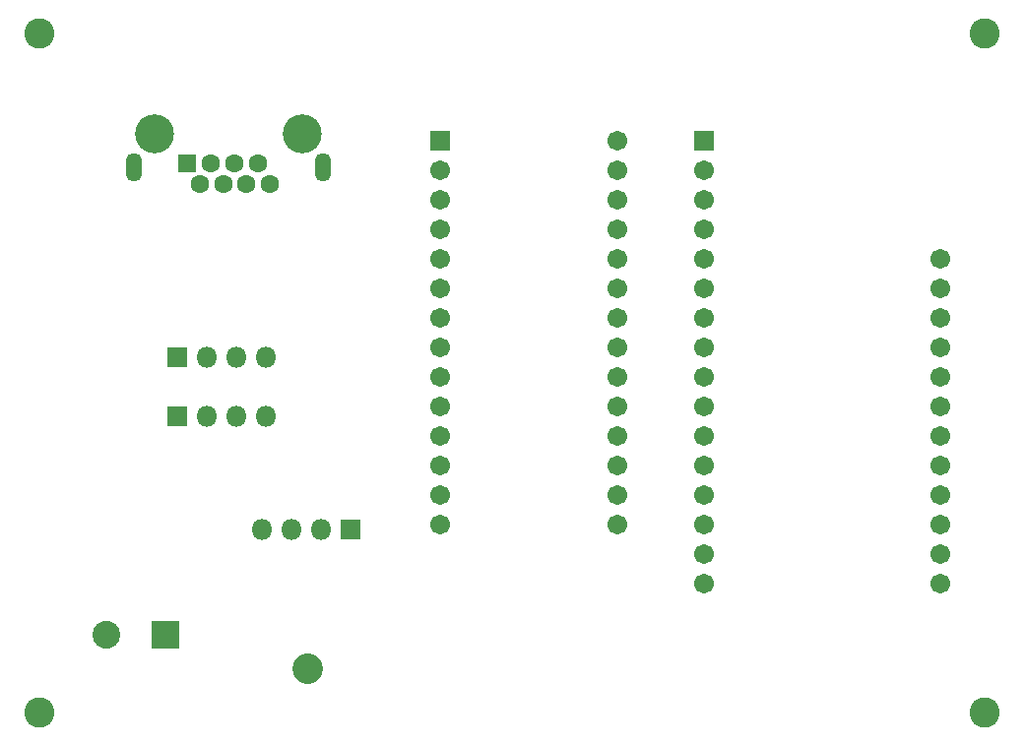
<source format=gbr>
G04 #@! TF.GenerationSoftware,KiCad,Pcbnew,(5.1.5)-3*
G04 #@! TF.CreationDate,2021-07-18T20:49:21-05:00*
G04 #@! TF.ProjectId,ControlInputTestTeensy,436f6e74-726f-46c4-996e-707574546573,rev?*
G04 #@! TF.SameCoordinates,Original*
G04 #@! TF.FileFunction,Soldermask,Top*
G04 #@! TF.FilePolarity,Negative*
%FSLAX46Y46*%
G04 Gerber Fmt 4.6, Leading zero omitted, Abs format (unit mm)*
G04 Created by KiCad (PCBNEW (5.1.5)-3) date 2021-07-18 20:49:21*
%MOMM*%
%LPD*%
G04 APERTURE LIST*
%ADD10C,2.602000*%
%ADD11R,1.802000X1.802000*%
%ADD12O,1.802000X1.802000*%
%ADD13C,2.602000*%
%ADD14C,3.352000*%
%ADD15C,1.602000*%
%ADD16R,1.602000X1.602000*%
%ADD17O,1.361000X2.464000*%
%ADD18R,2.388000X2.388000*%
%ADD19C,2.388000*%
%ADD20C,1.702000*%
%ADD21R,1.702000X1.702000*%
G04 APERTURE END LIST*
D10*
X132228100Y-147359000D02*
X132228100Y-147359000D01*
D11*
X136000000Y-135400000D03*
D12*
X133460000Y-135400000D03*
X130920000Y-135400000D03*
X128380000Y-135400000D03*
D13*
X109220000Y-151130000D03*
X190500000Y-92710000D03*
X109220000Y-92710000D03*
X190500000Y-151130000D03*
D14*
X131848320Y-101389180D03*
X119148320Y-101389180D03*
D15*
X129059020Y-105709180D03*
X128039020Y-103929180D03*
X127029020Y-105709180D03*
X126009020Y-103929180D03*
X124999020Y-105709180D03*
X123979020Y-103929180D03*
X122969020Y-105709180D03*
D16*
X121949020Y-103929180D03*
D17*
X133628320Y-104291130D03*
X117368320Y-104291130D03*
D12*
X128650240Y-125678980D03*
X126110240Y-125678980D03*
X123570240Y-125678980D03*
D11*
X121030240Y-125678980D03*
D18*
X120010000Y-144460000D03*
D19*
X114930000Y-144460000D03*
D11*
X121030240Y-120598980D03*
D12*
X123570240Y-120598980D03*
X126110240Y-120598980D03*
X128650240Y-120598980D03*
D20*
X166397940Y-135028940D03*
X166397940Y-132488940D03*
X166397940Y-129948940D03*
X166397940Y-127408940D03*
X166397940Y-124868940D03*
X166397940Y-122328940D03*
X166397940Y-119788940D03*
X166397940Y-117248940D03*
X166397940Y-114708940D03*
X166397940Y-112168940D03*
X166397940Y-109628940D03*
X166397940Y-107088940D03*
X166397940Y-104548940D03*
D21*
X166397940Y-102008940D03*
D20*
X186697940Y-140108940D03*
X186697940Y-137568940D03*
X186697940Y-135028940D03*
X186697940Y-132488940D03*
X186697940Y-129948940D03*
X186697940Y-127408940D03*
X186697940Y-124868940D03*
X186697940Y-122328940D03*
X186697940Y-119788940D03*
X186697940Y-117248940D03*
X186697940Y-114708940D03*
X186697940Y-112168940D03*
X166397940Y-137568940D03*
X166397940Y-140108940D03*
X143637000Y-134957820D03*
X143637000Y-132417820D03*
X143637000Y-129877820D03*
X143637000Y-127337820D03*
X143637000Y-124797820D03*
X143637000Y-122257820D03*
X143637000Y-119717820D03*
X143637000Y-117177820D03*
X143637000Y-114637820D03*
X143637000Y-112097820D03*
X143637000Y-109557820D03*
X143637000Y-107017820D03*
X143637000Y-104477820D03*
D21*
X143637000Y-101937820D03*
D20*
X158877000Y-134957820D03*
X158877000Y-132417820D03*
X158877000Y-129877820D03*
X158877000Y-127337820D03*
X158877000Y-124797820D03*
X158877000Y-122257820D03*
X158877000Y-119717820D03*
X158877000Y-117177820D03*
X158877000Y-114637820D03*
X158877000Y-112097820D03*
X158877000Y-109557820D03*
X158877000Y-107017820D03*
X158877000Y-104477820D03*
X158877000Y-101937820D03*
M02*

</source>
